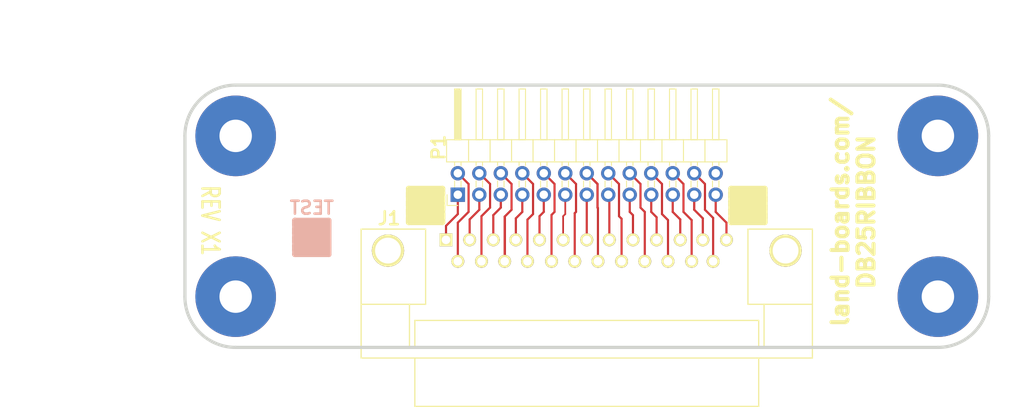
<source format=kicad_pcb>
(kicad_pcb (version 4) (host pcbnew "(after 2015-mar-04 BZR unknown)-product")

  (general
    (links 25)
    (no_connects 0)
    (area -13.382001 -9.5052 99.190501 38.302001)
    (thickness 1.6002)
    (drawings 23)
    (tracks 117)
    (zones 0)
    (modules 9)
    (nets 26)
  )

  (page A)
  (title_block
    (title SWLEDX8)
    (date 2017-05-28)
    (rev X1)
    (company "Land Boards, LLC")
  )

  (layers
    (0 Front signal)
    (31 Back signal)
    (36 B.SilkS user)
    (37 F.SilkS user)
    (38 B.Mask user)
    (39 F.Mask user)
    (40 Dwgs.User user)
    (44 Edge.Cuts user)
  )

  (setup
    (last_trace_width 0.254)
    (user_trace_width 0.254)
    (user_trace_width 0.635)
    (trace_clearance 0.254)
    (zone_clearance 0.3048)
    (zone_45_only no)
    (trace_min 0.2032)
    (segment_width 0.381)
    (edge_width 0.381)
    (via_size 0.889)
    (via_drill 0.635)
    (via_min_size 0.889)
    (via_min_drill 0.508)
    (uvia_size 0.508)
    (uvia_drill 0.127)
    (uvias_allowed no)
    (uvia_min_size 0.508)
    (uvia_min_drill 0.127)
    (pcb_text_width 0.3048)
    (pcb_text_size 1.524 2.032)
    (mod_edge_width 0.381)
    (mod_text_size 1.524 1.524)
    (mod_text_width 0.3048)
    (pad_size 6.35 6.35)
    (pad_drill 3.175)
    (pad_to_mask_clearance 0.1524)
    (aux_axis_origin 0 0)
    (visible_elements 7FFFFF7F)
    (pcbplotparams
      (layerselection 0x010f0_80000001)
      (usegerberextensions false)
      (excludeedgelayer true)
      (linewidth 0.150000)
      (plotframeref false)
      (viasonmask false)
      (mode 1)
      (useauxorigin false)
      (hpglpennumber 1)
      (hpglpenspeed 20)
      (hpglpendiameter 15)
      (hpglpenoverlay 0)
      (psnegative false)
      (psa4output false)
      (plotreference true)
      (plotvalue false)
      (plotinvisibletext false)
      (padsonsilk false)
      (subtractmaskfromsilk false)
      (outputformat 1)
      (mirror false)
      (drillshape 0)
      (scaleselection 1)
      (outputdirectory plots/))
  )

  (net 0 "")
  (net 1 "Net-(J1-Pad1)")
  (net 2 "Net-(J1-Pad2)")
  (net 3 "Net-(J1-Pad3)")
  (net 4 "Net-(J1-Pad4)")
  (net 5 "Net-(J1-Pad5)")
  (net 6 "Net-(J1-Pad6)")
  (net 7 "Net-(J1-Pad7)")
  (net 8 "Net-(J1-Pad8)")
  (net 9 "Net-(J1-Pad9)")
  (net 10 "Net-(J1-Pad10)")
  (net 11 "Net-(J1-Pad11)")
  (net 12 "Net-(J1-Pad12)")
  (net 13 "Net-(J1-Pad13)")
  (net 14 "Net-(J1-Pad14)")
  (net 15 "Net-(J1-Pad15)")
  (net 16 "Net-(J1-Pad16)")
  (net 17 "Net-(J1-Pad17)")
  (net 18 "Net-(J1-Pad18)")
  (net 19 "Net-(J1-Pad19)")
  (net 20 "Net-(J1-Pad20)")
  (net 21 "Net-(J1-Pad21)")
  (net 22 "Net-(J1-Pad22)")
  (net 23 "Net-(J1-Pad23)")
  (net 24 "Net-(J1-Pad24)")
  (net 25 "Net-(J1-Pad25)")

  (net_class Default "This is the default net class."
    (clearance 0.254)
    (trace_width 0.2032)
    (via_dia 0.889)
    (via_drill 0.635)
    (uvia_dia 0.508)
    (uvia_drill 0.127)
    (add_net "Net-(J1-Pad1)")
    (add_net "Net-(J1-Pad10)")
    (add_net "Net-(J1-Pad11)")
    (add_net "Net-(J1-Pad12)")
    (add_net "Net-(J1-Pad13)")
    (add_net "Net-(J1-Pad14)")
    (add_net "Net-(J1-Pad15)")
    (add_net "Net-(J1-Pad16)")
    (add_net "Net-(J1-Pad17)")
    (add_net "Net-(J1-Pad18)")
    (add_net "Net-(J1-Pad19)")
    (add_net "Net-(J1-Pad2)")
    (add_net "Net-(J1-Pad20)")
    (add_net "Net-(J1-Pad21)")
    (add_net "Net-(J1-Pad22)")
    (add_net "Net-(J1-Pad23)")
    (add_net "Net-(J1-Pad24)")
    (add_net "Net-(J1-Pad25)")
    (add_net "Net-(J1-Pad3)")
    (add_net "Net-(J1-Pad4)")
    (add_net "Net-(J1-Pad5)")
    (add_net "Net-(J1-Pad6)")
    (add_net "Net-(J1-Pad7)")
    (add_net "Net-(J1-Pad8)")
    (add_net "Net-(J1-Pad9)")
  )

  (net_class POWER ""
    (clearance 0.254)
    (trace_width 0.635)
    (via_dia 0.889)
    (via_drill 0.635)
    (uvia_dia 0.508)
    (uvia_drill 0.127)
  )

  (module LandBoards_Marking:TEST_BLK-REAR (layer Back) (tedit 5935BCB0) (tstamp 5935D026)
    (at 66.548 14.224)
    (path /592AF46D)
    (fp_text reference "" (at 0 3.5) (layer F.SilkS)
      (effects (font (thickness 0.3048)))
    )
    (fp_text value COUPON (at 0 -4) (layer B.SilkS) hide
      (effects (font (thickness 0.3048)) (justify mirror))
    )
    (fp_line (start -2 2) (end 2 2) (layer F.SilkS) (width 0.65))
    (fp_line (start 2 2) (end 2 -2) (layer F.SilkS) (width 0.65))
    (fp_line (start 2 -2) (end -2 -2) (layer F.SilkS) (width 0.65))
    (fp_line (start -2 -2) (end -2 2) (layer F.SilkS) (width 0.65))
    (fp_line (start -2 2) (end -2 1.5) (layer F.SilkS) (width 0.65))
    (fp_line (start -2 1.5) (end 2 1.5) (layer F.SilkS) (width 0.65))
    (fp_line (start 2 1.5) (end 2 1) (layer F.SilkS) (width 0.65))
    (fp_line (start 2 1) (end -2 1) (layer F.SilkS) (width 0.65))
    (fp_line (start -2 1) (end -2 0.5) (layer F.SilkS) (width 0.65))
    (fp_line (start -2 0.5) (end 2 0.5) (layer F.SilkS) (width 0.65))
    (fp_line (start 2 0.5) (end 2 0) (layer F.SilkS) (width 0.65))
    (fp_line (start 2 0) (end -2 0) (layer F.SilkS) (width 0.65))
    (fp_line (start -2 0) (end -2 -0.5) (layer F.SilkS) (width 0.65))
    (fp_line (start -2 -0.5) (end 1.5 -0.5) (layer F.SilkS) (width 0.65))
    (fp_line (start 1.5 -0.5) (end 2 -0.5) (layer F.SilkS) (width 0.65))
    (fp_line (start 2 -0.5) (end 2 -1) (layer F.SilkS) (width 0.65))
    (fp_line (start 2 -1) (end -2 -1) (layer F.SilkS) (width 0.65))
    (fp_line (start -2 -1) (end -2 -1.5) (layer F.SilkS) (width 0.65))
    (fp_line (start -2 -1.5) (end 2 -1.5) (layer F.SilkS) (width 0.65))
  )

  (module LandBoards_Marking:TEST_BLK-REAR (layer Back) (tedit 5935BCB0) (tstamp 5935CFD8)
    (at 28.448 14.224)
    (path /592AF46D)
    (fp_text reference "" (at 0 3.5) (layer F.SilkS)
      (effects (font (thickness 0.3048)))
    )
    (fp_text value COUPON (at 0 -4) (layer B.SilkS) hide
      (effects (font (thickness 0.3048)) (justify mirror))
    )
    (fp_line (start -2 2) (end 2 2) (layer F.SilkS) (width 0.65))
    (fp_line (start 2 2) (end 2 -2) (layer F.SilkS) (width 0.65))
    (fp_line (start 2 -2) (end -2 -2) (layer F.SilkS) (width 0.65))
    (fp_line (start -2 -2) (end -2 2) (layer F.SilkS) (width 0.65))
    (fp_line (start -2 2) (end -2 1.5) (layer F.SilkS) (width 0.65))
    (fp_line (start -2 1.5) (end 2 1.5) (layer F.SilkS) (width 0.65))
    (fp_line (start 2 1.5) (end 2 1) (layer F.SilkS) (width 0.65))
    (fp_line (start 2 1) (end -2 1) (layer F.SilkS) (width 0.65))
    (fp_line (start -2 1) (end -2 0.5) (layer F.SilkS) (width 0.65))
    (fp_line (start -2 0.5) (end 2 0.5) (layer F.SilkS) (width 0.65))
    (fp_line (start 2 0.5) (end 2 0) (layer F.SilkS) (width 0.65))
    (fp_line (start 2 0) (end -2 0) (layer F.SilkS) (width 0.65))
    (fp_line (start -2 0) (end -2 -0.5) (layer F.SilkS) (width 0.65))
    (fp_line (start -2 -0.5) (end 1.5 -0.5) (layer F.SilkS) (width 0.65))
    (fp_line (start 1.5 -0.5) (end 2 -0.5) (layer F.SilkS) (width 0.65))
    (fp_line (start 2 -0.5) (end 2 -1) (layer F.SilkS) (width 0.65))
    (fp_line (start 2 -1) (end -2 -1) (layer F.SilkS) (width 0.65))
    (fp_line (start -2 -1) (end -2 -1.5) (layer F.SilkS) (width 0.65))
    (fp_line (start -2 -1.5) (end 2 -1.5) (layer F.SilkS) (width 0.65))
  )

  (module LandBoards_Marking:TEST_BLK-REAR (layer Front) (tedit 5935B6D1) (tstamp 5935BA98)
    (at 15 18)
    (path /592AF46D)
    (fp_text reference TEST (at 0 -3.5) (layer B.SilkS)
      (effects (font (thickness 0.3048)) (justify mirror))
    )
    (fp_text value COUPON (at 0 4) (layer F.SilkS) hide
      (effects (font (thickness 0.3048)))
    )
    (fp_line (start -2 -2) (end 2 -2) (layer B.SilkS) (width 0.65))
    (fp_line (start 2 -2) (end 2 2) (layer B.SilkS) (width 0.65))
    (fp_line (start 2 2) (end -2 2) (layer B.SilkS) (width 0.65))
    (fp_line (start -2 2) (end -2 -2) (layer B.SilkS) (width 0.65))
    (fp_line (start -2 -2) (end -2 -1.5) (layer B.SilkS) (width 0.65))
    (fp_line (start -2 -1.5) (end 2 -1.5) (layer B.SilkS) (width 0.65))
    (fp_line (start 2 -1.5) (end 2 -1) (layer B.SilkS) (width 0.65))
    (fp_line (start 2 -1) (end -2 -1) (layer B.SilkS) (width 0.65))
    (fp_line (start -2 -1) (end -2 -0.5) (layer B.SilkS) (width 0.65))
    (fp_line (start -2 -0.5) (end 2 -0.5) (layer B.SilkS) (width 0.65))
    (fp_line (start 2 -0.5) (end 2 0) (layer B.SilkS) (width 0.65))
    (fp_line (start 2 0) (end -2 0) (layer B.SilkS) (width 0.65))
    (fp_line (start -2 0) (end -2 0.5) (layer B.SilkS) (width 0.65))
    (fp_line (start -2 0.5) (end 1.5 0.5) (layer B.SilkS) (width 0.65))
    (fp_line (start 1.5 0.5) (end 2 0.5) (layer B.SilkS) (width 0.65))
    (fp_line (start 2 0.5) (end 2 1) (layer B.SilkS) (width 0.65))
    (fp_line (start 2 1) (end -2 1) (layer B.SilkS) (width 0.65))
    (fp_line (start -2 1) (end -2 1.5) (layer B.SilkS) (width 0.65))
    (fp_line (start -2 1.5) (end 2 1.5) (layer B.SilkS) (width 0.65))
  )

  (module Pin_Headers:Pin_Header_Angled_2x13_Pitch2.54mm (layer Front) (tedit 5935BCFE) (tstamp 5935C8B3)
    (at 32.258 12.954 90)
    (descr "Through hole angled pin header, 2x13, 2.54mm pitch, 6mm pin length, double rows")
    (tags "Through hole angled pin header THT 2x13 2.54mm double row")
    (path /5935B96A)
    (fp_text reference P1 (at 5.585 -2.27 90) (layer F.SilkS)
      (effects (font (thickness 0.3048)))
    )
    (fp_text value CONN_01X26 (at 5.585 32.75 90) (layer F.SilkS) hide
      (effects (font (size 1 1) (thickness 0.15)))
    )
    (fp_line (start 3.94 -1.27) (end 3.94 1.27) (layer F.Fab) (width 0.1))
    (fp_line (start 3.94 1.27) (end 6.44 1.27) (layer F.Fab) (width 0.1))
    (fp_line (start 6.44 1.27) (end 6.44 -1.27) (layer F.Fab) (width 0.1))
    (fp_line (start 6.44 -1.27) (end 3.94 -1.27) (layer F.Fab) (width 0.1))
    (fp_line (start 0 -0.32) (end 0 0.32) (layer F.Fab) (width 0.1))
    (fp_line (start 0 0.32) (end 12.44 0.32) (layer F.Fab) (width 0.1))
    (fp_line (start 12.44 0.32) (end 12.44 -0.32) (layer F.Fab) (width 0.1))
    (fp_line (start 12.44 -0.32) (end 0 -0.32) (layer F.Fab) (width 0.1))
    (fp_line (start 3.94 1.27) (end 3.94 3.81) (layer F.Fab) (width 0.1))
    (fp_line (start 3.94 3.81) (end 6.44 3.81) (layer F.Fab) (width 0.1))
    (fp_line (start 6.44 3.81) (end 6.44 1.27) (layer F.Fab) (width 0.1))
    (fp_line (start 6.44 1.27) (end 3.94 1.27) (layer F.Fab) (width 0.1))
    (fp_line (start 0 2.22) (end 0 2.86) (layer F.Fab) (width 0.1))
    (fp_line (start 0 2.86) (end 12.44 2.86) (layer F.Fab) (width 0.1))
    (fp_line (start 12.44 2.86) (end 12.44 2.22) (layer F.Fab) (width 0.1))
    (fp_line (start 12.44 2.22) (end 0 2.22) (layer F.Fab) (width 0.1))
    (fp_line (start 3.94 3.81) (end 3.94 6.35) (layer F.Fab) (width 0.1))
    (fp_line (start 3.94 6.35) (end 6.44 6.35) (layer F.Fab) (width 0.1))
    (fp_line (start 6.44 6.35) (end 6.44 3.81) (layer F.Fab) (width 0.1))
    (fp_line (start 6.44 3.81) (end 3.94 3.81) (layer F.Fab) (width 0.1))
    (fp_line (start 0 4.76) (end 0 5.4) (layer F.Fab) (width 0.1))
    (fp_line (start 0 5.4) (end 12.44 5.4) (layer F.Fab) (width 0.1))
    (fp_line (start 12.44 5.4) (end 12.44 4.76) (layer F.Fab) (width 0.1))
    (fp_line (start 12.44 4.76) (end 0 4.76) (layer F.Fab) (width 0.1))
    (fp_line (start 3.94 6.35) (end 3.94 8.89) (layer F.Fab) (width 0.1))
    (fp_line (start 3.94 8.89) (end 6.44 8.89) (layer F.Fab) (width 0.1))
    (fp_line (start 6.44 8.89) (end 6.44 6.35) (layer F.Fab) (width 0.1))
    (fp_line (start 6.44 6.35) (end 3.94 6.35) (layer F.Fab) (width 0.1))
    (fp_line (start 0 7.3) (end 0 7.94) (layer F.Fab) (width 0.1))
    (fp_line (start 0 7.94) (end 12.44 7.94) (layer F.Fab) (width 0.1))
    (fp_line (start 12.44 7.94) (end 12.44 7.3) (layer F.Fab) (width 0.1))
    (fp_line (start 12.44 7.3) (end 0 7.3) (layer F.Fab) (width 0.1))
    (fp_line (start 3.94 8.89) (end 3.94 11.43) (layer F.Fab) (width 0.1))
    (fp_line (start 3.94 11.43) (end 6.44 11.43) (layer F.Fab) (width 0.1))
    (fp_line (start 6.44 11.43) (end 6.44 8.89) (layer F.Fab) (width 0.1))
    (fp_line (start 6.44 8.89) (end 3.94 8.89) (layer F.Fab) (width 0.1))
    (fp_line (start 0 9.84) (end 0 10.48) (layer F.Fab) (width 0.1))
    (fp_line (start 0 10.48) (end 12.44 10.48) (layer F.Fab) (width 0.1))
    (fp_line (start 12.44 10.48) (end 12.44 9.84) (layer F.Fab) (width 0.1))
    (fp_line (start 12.44 9.84) (end 0 9.84) (layer F.Fab) (width 0.1))
    (fp_line (start 3.94 11.43) (end 3.94 13.97) (layer F.Fab) (width 0.1))
    (fp_line (start 3.94 13.97) (end 6.44 13.97) (layer F.Fab) (width 0.1))
    (fp_line (start 6.44 13.97) (end 6.44 11.43) (layer F.Fab) (width 0.1))
    (fp_line (start 6.44 11.43) (end 3.94 11.43) (layer F.Fab) (width 0.1))
    (fp_line (start 0 12.38) (end 0 13.02) (layer F.Fab) (width 0.1))
    (fp_line (start 0 13.02) (end 12.44 13.02) (layer F.Fab) (width 0.1))
    (fp_line (start 12.44 13.02) (end 12.44 12.38) (layer F.Fab) (width 0.1))
    (fp_line (start 12.44 12.38) (end 0 12.38) (layer F.Fab) (width 0.1))
    (fp_line (start 3.94 13.97) (end 3.94 16.51) (layer F.Fab) (width 0.1))
    (fp_line (start 3.94 16.51) (end 6.44 16.51) (layer F.Fab) (width 0.1))
    (fp_line (start 6.44 16.51) (end 6.44 13.97) (layer F.Fab) (width 0.1))
    (fp_line (start 6.44 13.97) (end 3.94 13.97) (layer F.Fab) (width 0.1))
    (fp_line (start 0 14.92) (end 0 15.56) (layer F.Fab) (width 0.1))
    (fp_line (start 0 15.56) (end 12.44 15.56) (layer F.Fab) (width 0.1))
    (fp_line (start 12.44 15.56) (end 12.44 14.92) (layer F.Fab) (width 0.1))
    (fp_line (start 12.44 14.92) (end 0 14.92) (layer F.Fab) (width 0.1))
    (fp_line (start 3.94 16.51) (end 3.94 19.05) (layer F.Fab) (width 0.1))
    (fp_line (start 3.94 19.05) (end 6.44 19.05) (layer F.Fab) (width 0.1))
    (fp_line (start 6.44 19.05) (end 6.44 16.51) (layer F.Fab) (width 0.1))
    (fp_line (start 6.44 16.51) (end 3.94 16.51) (layer F.Fab) (width 0.1))
    (fp_line (start 0 17.46) (end 0 18.1) (layer F.Fab) (width 0.1))
    (fp_line (start 0 18.1) (end 12.44 18.1) (layer F.Fab) (width 0.1))
    (fp_line (start 12.44 18.1) (end 12.44 17.46) (layer F.Fab) (width 0.1))
    (fp_line (start 12.44 17.46) (end 0 17.46) (layer F.Fab) (width 0.1))
    (fp_line (start 3.94 19.05) (end 3.94 21.59) (layer F.Fab) (width 0.1))
    (fp_line (start 3.94 21.59) (end 6.44 21.59) (layer F.Fab) (width 0.1))
    (fp_line (start 6.44 21.59) (end 6.44 19.05) (layer F.Fab) (width 0.1))
    (fp_line (start 6.44 19.05) (end 3.94 19.05) (layer F.Fab) (width 0.1))
    (fp_line (start 0 20) (end 0 20.64) (layer F.Fab) (width 0.1))
    (fp_line (start 0 20.64) (end 12.44 20.64) (layer F.Fab) (width 0.1))
    (fp_line (start 12.44 20.64) (end 12.44 20) (layer F.Fab) (width 0.1))
    (fp_line (start 12.44 20) (end 0 20) (layer F.Fab) (width 0.1))
    (fp_line (start 3.94 21.59) (end 3.94 24.13) (layer F.Fab) (width 0.1))
    (fp_line (start 3.94 24.13) (end 6.44 24.13) (layer F.Fab) (width 0.1))
    (fp_line (start 6.44 24.13) (end 6.44 21.59) (layer F.Fab) (width 0.1))
    (fp_line (start 6.44 21.59) (end 3.94 21.59) (layer F.Fab) (width 0.1))
    (fp_line (start 0 22.54) (end 0 23.18) (layer F.Fab) (width 0.1))
    (fp_line (start 0 23.18) (end 12.44 23.18) (layer F.Fab) (width 0.1))
    (fp_line (start 12.44 23.18) (end 12.44 22.54) (layer F.Fab) (width 0.1))
    (fp_line (start 12.44 22.54) (end 0 22.54) (layer F.Fab) (width 0.1))
    (fp_line (start 3.94 24.13) (end 3.94 26.67) (layer F.Fab) (width 0.1))
    (fp_line (start 3.94 26.67) (end 6.44 26.67) (layer F.Fab) (width 0.1))
    (fp_line (start 6.44 26.67) (end 6.44 24.13) (layer F.Fab) (width 0.1))
    (fp_line (start 6.44 24.13) (end 3.94 24.13) (layer F.Fab) (width 0.1))
    (fp_line (start 0 25.08) (end 0 25.72) (layer F.Fab) (width 0.1))
    (fp_line (start 0 25.72) (end 12.44 25.72) (layer F.Fab) (width 0.1))
    (fp_line (start 12.44 25.72) (end 12.44 25.08) (layer F.Fab) (width 0.1))
    (fp_line (start 12.44 25.08) (end 0 25.08) (layer F.Fab) (width 0.1))
    (fp_line (start 3.94 26.67) (end 3.94 29.21) (layer F.Fab) (width 0.1))
    (fp_line (start 3.94 29.21) (end 6.44 29.21) (layer F.Fab) (width 0.1))
    (fp_line (start 6.44 29.21) (end 6.44 26.67) (layer F.Fab) (width 0.1))
    (fp_line (start 6.44 26.67) (end 3.94 26.67) (layer F.Fab) (width 0.1))
    (fp_line (start 0 27.62) (end 0 28.26) (layer F.Fab) (width 0.1))
    (fp_line (start 0 28.26) (end 12.44 28.26) (layer F.Fab) (width 0.1))
    (fp_line (start 12.44 28.26) (end 12.44 27.62) (layer F.Fab) (width 0.1))
    (fp_line (start 12.44 27.62) (end 0 27.62) (layer F.Fab) (width 0.1))
    (fp_line (start 3.94 29.21) (end 3.94 31.75) (layer F.Fab) (width 0.1))
    (fp_line (start 3.94 31.75) (end 6.44 31.75) (layer F.Fab) (width 0.1))
    (fp_line (start 6.44 31.75) (end 6.44 29.21) (layer F.Fab) (width 0.1))
    (fp_line (start 6.44 29.21) (end 3.94 29.21) (layer F.Fab) (width 0.1))
    (fp_line (start 0 30.16) (end 0 30.8) (layer F.Fab) (width 0.1))
    (fp_line (start 0 30.8) (end 12.44 30.8) (layer F.Fab) (width 0.1))
    (fp_line (start 12.44 30.8) (end 12.44 30.16) (layer F.Fab) (width 0.1))
    (fp_line (start 12.44 30.16) (end 0 30.16) (layer F.Fab) (width 0.1))
    (fp_line (start 3.88 -1.33) (end 3.88 1.27) (layer F.SilkS) (width 0.12))
    (fp_line (start 3.88 1.27) (end 6.5 1.27) (layer F.SilkS) (width 0.12))
    (fp_line (start 6.5 1.27) (end 6.5 -1.33) (layer F.SilkS) (width 0.12))
    (fp_line (start 6.5 -1.33) (end 3.88 -1.33) (layer F.SilkS) (width 0.12))
    (fp_line (start 6.5 -0.38) (end 6.5 0.38) (layer F.SilkS) (width 0.12))
    (fp_line (start 6.5 0.38) (end 12.5 0.38) (layer F.SilkS) (width 0.12))
    (fp_line (start 12.5 0.38) (end 12.5 -0.38) (layer F.SilkS) (width 0.12))
    (fp_line (start 12.5 -0.38) (end 6.5 -0.38) (layer F.SilkS) (width 0.12))
    (fp_line (start 3.45 -0.38) (end 3.88 -0.38) (layer F.SilkS) (width 0.12))
    (fp_line (start 3.45 0.38) (end 3.88 0.38) (layer F.SilkS) (width 0.12))
    (fp_line (start 0.91 -0.38) (end 1.63 -0.38) (layer F.SilkS) (width 0.12))
    (fp_line (start 0.91 0.38) (end 1.63 0.38) (layer F.SilkS) (width 0.12))
    (fp_line (start 6.5 -0.26) (end 12.5 -0.26) (layer F.SilkS) (width 0.12))
    (fp_line (start 6.5 -0.14) (end 12.5 -0.14) (layer F.SilkS) (width 0.12))
    (fp_line (start 6.5 -0.02) (end 12.5 -0.02) (layer F.SilkS) (width 0.12))
    (fp_line (start 6.5 0.1) (end 12.5 0.1) (layer F.SilkS) (width 0.12))
    (fp_line (start 6.5 0.22) (end 12.5 0.22) (layer F.SilkS) (width 0.12))
    (fp_line (start 6.5 0.34) (end 12.5 0.34) (layer F.SilkS) (width 0.12))
    (fp_line (start 3.88 1.27) (end 3.88 3.81) (layer F.SilkS) (width 0.12))
    (fp_line (start 3.88 3.81) (end 6.5 3.81) (layer F.SilkS) (width 0.12))
    (fp_line (start 6.5 3.81) (end 6.5 1.27) (layer F.SilkS) (width 0.12))
    (fp_line (start 6.5 1.27) (end 3.88 1.27) (layer F.SilkS) (width 0.12))
    (fp_line (start 6.5 2.16) (end 6.5 2.92) (layer F.SilkS) (width 0.12))
    (fp_line (start 6.5 2.92) (end 12.5 2.92) (layer F.SilkS) (width 0.12))
    (fp_line (start 12.5 2.92) (end 12.5 2.16) (layer F.SilkS) (width 0.12))
    (fp_line (start 12.5 2.16) (end 6.5 2.16) (layer F.SilkS) (width 0.12))
    (fp_line (start 3.45 2.16) (end 3.88 2.16) (layer F.SilkS) (width 0.12))
    (fp_line (start 3.45 2.92) (end 3.88 2.92) (layer F.SilkS) (width 0.12))
    (fp_line (start 0.91 2.16) (end 1.63 2.16) (layer F.SilkS) (width 0.12))
    (fp_line (start 0.91 2.92) (end 1.63 2.92) (layer F.SilkS) (width 0.12))
    (fp_line (start 3.88 3.81) (end 3.88 6.35) (layer F.SilkS) (width 0.12))
    (fp_line (start 3.88 6.35) (end 6.5 6.35) (layer F.SilkS) (width 0.12))
    (fp_line (start 6.5 6.35) (end 6.5 3.81) (layer F.SilkS) (width 0.12))
    (fp_line (start 6.5 3.81) (end 3.88 3.81) (layer F.SilkS) (width 0.12))
    (fp_line (start 6.5 4.7) (end 6.5 5.46) (layer F.SilkS) (width 0.12))
    (fp_line (start 6.5 5.46) (end 12.5 5.46) (layer F.SilkS) (width 0.12))
    (fp_line (start 12.5 5.46) (end 12.5 4.7) (layer F.SilkS) (width 0.12))
    (fp_line (start 12.5 4.7) (end 6.5 4.7) (layer F.SilkS) (width 0.12))
    (fp_line (start 3.45 4.7) (end 3.88 4.7) (layer F.SilkS) (width 0.12))
    (fp_line (start 3.45 5.46) (end 3.88 5.46) (layer F.SilkS) (width 0.12))
    (fp_line (start 0.91 4.7) (end 1.63 4.7) (layer F.SilkS) (width 0.12))
    (fp_line (start 0.91 5.46) (end 1.63 5.46) (layer F.SilkS) (width 0.12))
    (fp_line (start 3.88 6.35) (end 3.88 8.89) (layer F.SilkS) (width 0.12))
    (fp_line (start 3.88 8.89) (end 6.5 8.89) (layer F.SilkS) (width 0.12))
    (fp_line (start 6.5 8.89) (end 6.5 6.35) (layer F.SilkS) (width 0.12))
    (fp_line (start 6.5 6.35) (end 3.88 6.35) (layer F.SilkS) (width 0.12))
    (fp_line (start 6.5 7.24) (end 6.5 8) (layer F.SilkS) (width 0.12))
    (fp_line (start 6.5 8) (end 12.5 8) (layer F.SilkS) (width 0.12))
    (fp_line (start 12.5 8) (end 12.5 7.24) (layer F.SilkS) (width 0.12))
    (fp_line (start 12.5 7.24) (end 6.5 7.24) (layer F.SilkS) (width 0.12))
    (fp_line (start 3.45 7.24) (end 3.88 7.24) (layer F.SilkS) (width 0.12))
    (fp_line (start 3.45 8) (end 3.88 8) (layer F.SilkS) (width 0.12))
    (fp_line (start 0.91 7.24) (end 1.63 7.24) (layer F.SilkS) (width 0.12))
    (fp_line (start 0.91 8) (end 1.63 8) (layer F.SilkS) (width 0.12))
    (fp_line (start 3.88 8.89) (end 3.88 11.43) (layer F.SilkS) (width 0.12))
    (fp_line (start 3.88 11.43) (end 6.5 11.43) (layer F.SilkS) (width 0.12))
    (fp_line (start 6.5 11.43) (end 6.5 8.89) (layer F.SilkS) (width 0.12))
    (fp_line (start 6.5 8.89) (end 3.88 8.89) (layer F.SilkS) (width 0.12))
    (fp_line (start 6.5 9.78) (end 6.5 10.54) (layer F.SilkS) (width 0.12))
    (fp_line (start 6.5 10.54) (end 12.5 10.54) (layer F.SilkS) (width 0.12))
    (fp_line (start 12.5 10.54) (end 12.5 9.78) (layer F.SilkS) (width 0.12))
    (fp_line (start 12.5 9.78) (end 6.5 9.78) (layer F.SilkS) (width 0.12))
    (fp_line (start 3.45 9.78) (end 3.88 9.78) (layer F.SilkS) (width 0.12))
    (fp_line (start 3.45 10.54) (end 3.88 10.54) (layer F.SilkS) (width 0.12))
    (fp_line (start 0.91 9.78) (end 1.63 9.78) (layer F.SilkS) (width 0.12))
    (fp_line (start 0.91 10.54) (end 1.63 10.54) (layer F.SilkS) (width 0.12))
    (fp_line (start 3.88 11.43) (end 3.88 13.97) (layer F.SilkS) (width 0.12))
    (fp_line (start 3.88 13.97) (end 6.5 13.97) (layer F.SilkS) (width 0.12))
    (fp_line (start 6.5 13.97) (end 6.5 11.43) (layer F.SilkS) (width 0.12))
    (fp_line (start 6.5 11.43) (end 3.88 11.43) (layer F.SilkS) (width 0.12))
    (fp_line (start 6.5 12.32) (end 6.5 13.08) (layer F.SilkS) (width 0.12))
    (fp_line (start 6.5 13.08) (end 12.5 13.08) (layer F.SilkS) (width 0.12))
    (fp_line (start 12.5 13.08) (end 12.5 12.32) (layer F.SilkS) (width 0.12))
    (fp_line (start 12.5 12.32) (end 6.5 12.32) (layer F.SilkS) (width 0.12))
    (fp_line (start 3.45 12.32) (end 3.88 12.32) (layer F.SilkS) (width 0.12))
    (fp_line (start 3.45 13.08) (end 3.88 13.08) (layer F.SilkS) (width 0.12))
    (fp_line (start 0.91 12.32) (end 1.63 12.32) (layer F.SilkS) (width 0.12))
    (fp_line (start 0.91 13.08) (end 1.63 13.08) (layer F.SilkS) (width 0.12))
    (fp_line (start 3.88 13.97) (end 3.88 16.51) (layer F.SilkS) (width 0.12))
    (fp_line (start 3.88 16.51) (end 6.5 16.51) (layer F.SilkS) (width 0.12))
    (fp_line (start 6.5 16.51) (end 6.5 13.97) (layer F.SilkS) (width 0.12))
    (fp_line (start 6.5 13.97) (end 3.88 13.97) (layer F.SilkS) (width 0.12))
    (fp_line (start 6.5 14.86) (end 6.5 15.62) (layer F.SilkS) (width 0.12))
    (fp_line (start 6.5 15.62) (end 12.5 15.62) (layer F.SilkS) (width 0.12))
    (fp_line (start 12.5 15.62) (end 12.5 14.86) (layer F.SilkS) (width 0.12))
    (fp_line (start 12.5 14.86) (end 6.5 14.86) (layer F.SilkS) (width 0.12))
    (fp_line (start 3.45 14.86) (end 3.88 14.86) (layer F.SilkS) (width 0.12))
    (fp_line (start 3.45 15.62) (end 3.88 15.62) (layer F.SilkS) (width 0.12))
    (fp_line (start 0.91 14.86) (end 1.63 14.86) (layer F.SilkS) (width 0.12))
    (fp_line (start 0.91 15.62) (end 1.63 15.62) (layer F.SilkS) (width 0.12))
    (fp_line (start 3.88 16.51) (end 3.88 19.05) (layer F.SilkS) (width 0.12))
    (fp_line (start 3.88 19.05) (end 6.5 19.05) (layer F.SilkS) (width 0.12))
    (fp_line (start 6.5 19.05) (end 6.5 16.51) (layer F.SilkS) (width 0.12))
    (fp_line (start 6.5 16.51) (end 3.88 16.51) (layer F.SilkS) (width 0.12))
    (fp_line (start 6.5 17.4) (end 6.5 18.16) (layer F.SilkS) (width 0.12))
    (fp_line (start 6.5 18.16) (end 12.5 18.16) (layer F.SilkS) (width 0.12))
    (fp_line (start 12.5 18.16) (end 12.5 17.4) (layer F.SilkS) (width 0.12))
    (fp_line (start 12.5 17.4) (end 6.5 17.4) (layer F.SilkS) (width 0.12))
    (fp_line (start 3.45 17.4) (end 3.88 17.4) (layer F.SilkS) (width 0.12))
    (fp_line (start 3.45 18.16) (end 3.88 18.16) (layer F.SilkS) (width 0.12))
    (fp_line (start 0.91 17.4) (end 1.63 17.4) (layer F.SilkS) (width 0.12))
    (fp_line (start 0.91 18.16) (end 1.63 18.16) (layer F.SilkS) (width 0.12))
    (fp_line (start 3.88 19.05) (end 3.88 21.59) (layer F.SilkS) (width 0.12))
    (fp_line (start 3.88 21.59) (end 6.5 21.59) (layer F.SilkS) (width 0.12))
    (fp_line (start 6.5 21.59) (end 6.5 19.05) (layer F.SilkS) (width 0.12))
    (fp_line (start 6.5 19.05) (end 3.88 19.05) (layer F.SilkS) (width 0.12))
    (fp_line (start 6.5 19.94) (end 6.5 20.7) (layer F.SilkS) (width 0.12))
    (fp_line (start 6.5 20.7) (end 12.5 20.7) (layer F.SilkS) (width 0.12))
    (fp_line (start 12.5 20.7) (end 12.5 19.94) (layer F.SilkS) (width 0.12))
    (fp_line (start 12.5 19.94) (end 6.5 19.94) (layer F.SilkS) (width 0.12))
    (fp_line (start 3.45 19.94) (end 3.88 19.94) (layer F.SilkS) (width 0.12))
    (fp_line (start 3.45 20.7) (end 3.88 20.7) (layer F.SilkS) (width 0.12))
    (fp_line (start 0.91 19.94) (end 1.63 19.94) (layer F.SilkS) (width 0.12))
    (fp_line (start 0.91 20.7) (end 1.63 20.7) (layer F.SilkS) (width 0.12))
    (fp_line (start 3.88 21.59) (end 3.88 24.13) (layer F.SilkS) (width 0.12))
    (fp_line (start 3.88 24.13) (end 6.5 24.13) (layer F.SilkS) (width 0.12))
    (fp_line (start 6.5 24.13) (end 6.5 21.59) (layer F.SilkS) (width 0.12))
    (fp_line (start 6.5 21.59) (end 3.88 21.59) (layer F.SilkS) (width 0.12))
    (fp_line (start 6.5 22.48) (end 6.5 23.24) (layer F.SilkS) (width 0.12))
    (fp_line (start 6.5 23.24) (end 12.5 23.24) (layer F.SilkS) (width 0.12))
    (fp_line (start 12.5 23.24) (end 12.5 22.48) (layer F.SilkS) (width 0.12))
    (fp_line (start 12.5 22.48) (end 6.5 22.48) (layer F.SilkS) (width 0.12))
    (fp_line (start 3.45 22.48) (end 3.88 22.48) (layer F.SilkS) (width 0.12))
    (fp_line (start 3.45 23.24) (end 3.88 23.24) (layer F.SilkS) (width 0.12))
    (fp_line (start 0.91 22.48) (end 1.63 22.48) (layer F.SilkS) (width 0.12))
    (fp_line (start 0.91 23.24) (end 1.63 23.24) (layer F.SilkS) (width 0.12))
    (fp_line (start 3.88 24.13) (end 3.88 26.67) (layer F.SilkS) (width 0.12))
    (fp_line (start 3.88 26.67) (end 6.5 26.67) (layer F.SilkS) (width 0.12))
    (fp_line (start 6.5 26.67) (end 6.5 24.13) (layer F.SilkS) (width 0.12))
    (fp_line (start 6.5 24.13) (end 3.88 24.13) (layer F.SilkS) (width 0.12))
    (fp_line (start 6.5 25.02) (end 6.5 25.78) (layer F.SilkS) (width 0.12))
    (fp_line (start 6.5 25.78) (end 12.5 25.78) (layer F.SilkS) (width 0.12))
    (fp_line (start 12.5 25.78) (end 12.5 25.02) (layer F.SilkS) (width 0.12))
    (fp_line (start 12.5 25.02) (end 6.5 25.02) (layer F.SilkS) (width 0.12))
    (fp_line (start 3.45 25.02) (end 3.88 25.02) (layer F.SilkS) (width 0.12))
    (fp_line (start 3.45 25.78) (end 3.88 25.78) (layer F.SilkS) (width 0.12))
    (fp_line (start 0.91 25.02) (end 1.63 25.02) (layer F.SilkS) (width 0.12))
    (fp_line (start 0.91 25.78) (end 1.63 25.78) (layer F.SilkS) (width 0.12))
    (fp_line (start 3.88 26.67) (end 3.88 29.21) (layer F.SilkS) (width 0.12))
    (fp_line (start 3.88 29.21) (end 6.5 29.21) (layer F.SilkS) (width 0.12))
    (fp_line (start 6.5 29.21) (end 6.5 26.67) (layer F.SilkS) (width 0.12))
    (fp_line (start 6.5 26.67) (end 3.88 26.67) (layer F.SilkS) (width 0.12))
    (fp_line (start 6.5 27.56) (end 6.5 28.32) (layer F.SilkS) (width 0.12))
    (fp_line (start 6.5 28.32) (end 12.5 28.32) (layer F.SilkS) (width 0.12))
    (fp_line (start 12.5 28.32) (end 12.5 27.56) (layer F.SilkS) (width 0.12))
    (fp_line (start 12.5 27.56) (end 6.5 27.56) (layer F.SilkS) (width 0.12))
    (fp_line (start 3.45 27.56) (end 3.88 27.56) (layer F.SilkS) (width 0.12))
    (fp_line (start 3.45 28.32) (end 3.88 28.32) (layer F.SilkS) (width 0.12))
    (fp_line (start 0.91 27.56) (end 1.63 27.56) (layer F.SilkS) (width 0.12))
    (fp_line (start 0.91 28.32) (end 1.63 28.32) (layer F.SilkS) (width 0.12))
    (fp_line (start 3.88 29.21) (end 3.88 31.81) (layer F.SilkS) (width 0.12))
    (fp_line (start 3.88 31.81) (end 6.5 31.81) (layer F.SilkS) (width 0.12))
    (fp_line (start 6.5 31.81) (end 6.5 29.21) (layer F.SilkS) (width 0.12))
    (fp_line (start 6.5 29.21) (end 3.88 29.21) (layer F.SilkS) (width 0.12))
    (fp_line (start 6.5 30.1) (end 6.5 30.86) (layer F.SilkS) (width 0.12))
    (fp_line (start 6.5 30.86) (end 12.5 30.86) (layer F.SilkS) (width 0.12))
    (fp_line (start 12.5 30.86) (end 12.5 30.1) (layer F.SilkS) (width 0.12))
    (fp_line (start 12.5 30.1) (end 6.5 30.1) (layer F.SilkS) (width 0.12))
    (fp_line (start 3.45 30.1) (end 3.88 30.1) (layer F.SilkS) (width 0.12))
    (fp_line (start 3.45 30.86) (end 3.88 30.86) (layer F.SilkS) (width 0.12))
    (fp_line (start 0.91 30.1) (end 1.63 30.1) (layer F.SilkS) (width 0.12))
    (fp_line (start 0.91 30.86) (end 1.63 30.86) (layer F.SilkS) (width 0.12))
    (fp_line (start -1.27 0) (end -1.27 -1.27) (layer F.SilkS) (width 0.12))
    (fp_line (start -1.27 -1.27) (end 0 -1.27) (layer F.SilkS) (width 0.12))
    (fp_line (start -1.8 -1.8) (end -1.8 32.25) (layer F.CrtYd) (width 0.05))
    (fp_line (start -1.8 32.25) (end 12.95 32.25) (layer F.CrtYd) (width 0.05))
    (fp_line (start 12.95 32.25) (end 12.95 -1.8) (layer F.CrtYd) (width 0.05))
    (fp_line (start 12.95 -1.8) (end -1.8 -1.8) (layer F.CrtYd) (width 0.05))
    (fp_text user %R (at 5.585 -2.27 90) (layer F.Fab)
      (effects (font (size 1 1) (thickness 0.15)))
    )
    (pad 1 thru_hole rect (at 0 0 90) (size 1.7 1.7) (drill 1) (layers *.Cu *.Mask)
      (net 1 "Net-(J1-Pad1)"))
    (pad 2 thru_hole oval (at 2.54 0 90) (size 1.7 1.7) (drill 1) (layers *.Cu *.Mask)
      (net 14 "Net-(J1-Pad14)"))
    (pad 3 thru_hole oval (at 0 2.54 90) (size 1.7 1.7) (drill 1) (layers *.Cu *.Mask)
      (net 2 "Net-(J1-Pad2)"))
    (pad 4 thru_hole oval (at 2.54 2.54 90) (size 1.7 1.7) (drill 1) (layers *.Cu *.Mask)
      (net 15 "Net-(J1-Pad15)"))
    (pad 5 thru_hole oval (at 0 5.08 90) (size 1.7 1.7) (drill 1) (layers *.Cu *.Mask)
      (net 3 "Net-(J1-Pad3)"))
    (pad 6 thru_hole oval (at 2.54 5.08 90) (size 1.7 1.7) (drill 1) (layers *.Cu *.Mask)
      (net 16 "Net-(J1-Pad16)"))
    (pad 7 thru_hole oval (at 0 7.62 90) (size 1.7 1.7) (drill 1) (layers *.Cu *.Mask)
      (net 4 "Net-(J1-Pad4)"))
    (pad 8 thru_hole oval (at 2.54 7.62 90) (size 1.7 1.7) (drill 1) (layers *.Cu *.Mask)
      (net 17 "Net-(J1-Pad17)"))
    (pad 9 thru_hole oval (at 0 10.16 90) (size 1.7 1.7) (drill 1) (layers *.Cu *.Mask)
      (net 5 "Net-(J1-Pad5)"))
    (pad 10 thru_hole oval (at 2.54 10.16 90) (size 1.7 1.7) (drill 1) (layers *.Cu *.Mask)
      (net 18 "Net-(J1-Pad18)"))
    (pad 11 thru_hole oval (at 0 12.7 90) (size 1.7 1.7) (drill 1) (layers *.Cu *.Mask)
      (net 6 "Net-(J1-Pad6)"))
    (pad 12 thru_hole oval (at 2.54 12.7 90) (size 1.7 1.7) (drill 1) (layers *.Cu *.Mask)
      (net 19 "Net-(J1-Pad19)"))
    (pad 13 thru_hole oval (at 0 15.24 90) (size 1.7 1.7) (drill 1) (layers *.Cu *.Mask)
      (net 7 "Net-(J1-Pad7)"))
    (pad 14 thru_hole oval (at 2.54 15.24 90) (size 1.7 1.7) (drill 1) (layers *.Cu *.Mask)
      (net 20 "Net-(J1-Pad20)"))
    (pad 15 thru_hole oval (at 0 17.78 90) (size 1.7 1.7) (drill 1) (layers *.Cu *.Mask)
      (net 8 "Net-(J1-Pad8)"))
    (pad 16 thru_hole oval (at 2.54 17.78 90) (size 1.7 1.7) (drill 1) (layers *.Cu *.Mask)
      (net 21 "Net-(J1-Pad21)"))
    (pad 17 thru_hole oval (at 0 20.32 90) (size 1.7 1.7) (drill 1) (layers *.Cu *.Mask)
      (net 9 "Net-(J1-Pad9)"))
    (pad 18 thru_hole oval (at 2.54 20.32 90) (size 1.7 1.7) (drill 1) (layers *.Cu *.Mask)
      (net 22 "Net-(J1-Pad22)"))
    (pad 19 thru_hole oval (at 0 22.86 90) (size 1.7 1.7) (drill 1) (layers *.Cu *.Mask)
      (net 10 "Net-(J1-Pad10)"))
    (pad 20 thru_hole oval (at 2.54 22.86 90) (size 1.7 1.7) (drill 1) (layers *.Cu *.Mask)
      (net 23 "Net-(J1-Pad23)"))
    (pad 21 thru_hole oval (at 0 25.4 90) (size 1.7 1.7) (drill 1) (layers *.Cu *.Mask)
      (net 11 "Net-(J1-Pad11)"))
    (pad 22 thru_hole oval (at 2.54 25.4 90) (size 1.7 1.7) (drill 1) (layers *.Cu *.Mask)
      (net 24 "Net-(J1-Pad24)"))
    (pad 23 thru_hole oval (at 0 27.94 90) (size 1.7 1.7) (drill 1) (layers *.Cu *.Mask)
      (net 12 "Net-(J1-Pad12)"))
    (pad 24 thru_hole oval (at 2.54 27.94 90) (size 1.7 1.7) (drill 1) (layers *.Cu *.Mask)
      (net 25 "Net-(J1-Pad25)"))
    (pad 25 thru_hole oval (at 0 30.48 90) (size 1.7 1.7) (drill 1) (layers *.Cu *.Mask)
      (net 13 "Net-(J1-Pad13)"))
    (pad 26 thru_hole oval (at 2.54 30.48 90) (size 1.7 1.7) (drill 1) (layers *.Cu *.Mask))
    (model ${KISYS3DMOD}/Pin_Headers.3dshapes/Pin_Header_Angled_2x13_Pitch2.54mm.wrl
      (at (xyz 0.05 -0.6 0))
      (scale (xyz 1 1 1))
      (rotate (xyz 0 0 90))
    )
  )

  (module LandBoards_Conns:DB25MC (layer Front) (tedit 5935BD17) (tstamp 5935CD85)
    (at 47.498 19.558 180)
    (descr "Connecteur DB25 MALE couche")
    (tags "CONN DB25")
    (path /5935B8C9)
    (fp_text reference J1 (at 23.368 3.81 180) (layer F.SilkS)
      (effects (font (thickness 0.3048)))
    )
    (fp_text value DB25 (at 0 -6.35 180) (layer F.SilkS) hide
      (effects (font (size 1 1) (thickness 0.15)))
    )
    (fp_line (start 26.67 -11.43) (end 26.67 2.54) (layer F.SilkS) (width 0.15))
    (fp_line (start 19.05 -6.35) (end 19.05 2.54) (layer F.SilkS) (width 0.15))
    (fp_line (start 20.955 -11.43) (end 20.955 -6.35) (layer F.SilkS) (width 0.15))
    (fp_line (start -20.955 -11.43) (end -20.955 -6.35) (layer F.SilkS) (width 0.15))
    (fp_line (start -19.05 -6.35) (end -19.05 2.54) (layer F.SilkS) (width 0.15))
    (fp_line (start -26.67 2.54) (end -26.67 -11.43) (layer F.SilkS) (width 0.15))
    (fp_line (start 26.67 -6.35) (end 19.05 -6.35) (layer F.SilkS) (width 0.15))
    (fp_line (start -26.67 -6.35) (end -19.05 -6.35) (layer F.SilkS) (width 0.15))
    (fp_line (start 20.32 -8.255) (end 20.32 -11.43) (layer F.SilkS) (width 0.15))
    (fp_line (start -20.32 -8.255) (end -20.32 -11.43) (layer F.SilkS) (width 0.15))
    (fp_line (start 20.32 -18.415) (end 20.32 -12.7) (layer F.SilkS) (width 0.15))
    (fp_line (start -20.32 -18.415) (end -20.32 -12.7) (layer F.SilkS) (width 0.15))
    (fp_line (start 26.67 -11.43) (end 26.67 -12.7) (layer F.SilkS) (width 0.15))
    (fp_line (start 26.67 -12.7) (end -26.67 -12.7) (layer F.SilkS) (width 0.15))
    (fp_line (start -26.67 -12.7) (end -26.67 -11.43) (layer F.SilkS) (width 0.15))
    (fp_line (start -26.67 -11.43) (end 26.67 -11.43) (layer F.SilkS) (width 0.15))
    (fp_line (start 19.05 2.54) (end 26.67 2.54) (layer F.SilkS) (width 0.15))
    (fp_line (start -20.32 -8.255) (end 20.32 -8.255) (layer F.SilkS) (width 0.15))
    (fp_line (start -20.32 -18.415) (end 20.32 -18.415) (layer F.SilkS) (width 0.15))
    (fp_line (start -26.67 2.54) (end -19.05 2.54) (layer F.SilkS) (width 0.15))
    (pad "" thru_hole circle (at 23.495 0 180) (size 3.81 3.81) (drill 3.048) (layers *.Cu *.Mask F.SilkS))
    (pad "" thru_hole circle (at -23.495 0 180) (size 3.81 3.81) (drill 3.048) (layers *.Cu *.Mask F.SilkS))
    (pad 13 thru_hole circle (at -16.51 1.27 180) (size 1.524 1.524) (drill 1.016) (layers *.Cu *.Mask F.SilkS)
      (net 13 "Net-(J1-Pad13)"))
    (pad 12 thru_hole circle (at -13.716 1.27 180) (size 1.524 1.524) (drill 1.016) (layers *.Cu *.Mask F.SilkS)
      (net 12 "Net-(J1-Pad12)"))
    (pad 11 thru_hole circle (at -11.049 1.27 180) (size 1.524 1.524) (drill 1.016) (layers *.Cu *.Mask F.SilkS)
      (net 11 "Net-(J1-Pad11)"))
    (pad 10 thru_hole circle (at -8.255 1.27 180) (size 1.524 1.524) (drill 1.016) (layers *.Cu *.Mask F.SilkS)
      (net 10 "Net-(J1-Pad10)"))
    (pad 9 thru_hole circle (at -5.461 1.27 180) (size 1.524 1.524) (drill 1.016) (layers *.Cu *.Mask F.SilkS)
      (net 9 "Net-(J1-Pad9)"))
    (pad 8 thru_hole circle (at -2.667 1.27 180) (size 1.524 1.524) (drill 1.016) (layers *.Cu *.Mask F.SilkS)
      (net 8 "Net-(J1-Pad8)"))
    (pad 7 thru_hole circle (at 0 1.27 180) (size 1.524 1.524) (drill 1.016) (layers *.Cu *.Mask F.SilkS)
      (net 7 "Net-(J1-Pad7)"))
    (pad 6 thru_hole circle (at 2.794 1.27 180) (size 1.524 1.524) (drill 1.016) (layers *.Cu *.Mask F.SilkS)
      (net 6 "Net-(J1-Pad6)"))
    (pad 5 thru_hole circle (at 5.588 1.27 180) (size 1.524 1.524) (drill 1.016) (layers *.Cu *.Mask F.SilkS)
      (net 5 "Net-(J1-Pad5)"))
    (pad 4 thru_hole circle (at 8.382 1.27 180) (size 1.524 1.524) (drill 1.016) (layers *.Cu *.Mask F.SilkS)
      (net 4 "Net-(J1-Pad4)"))
    (pad 3 thru_hole circle (at 11.049 1.27 180) (size 1.524 1.524) (drill 1.016) (layers *.Cu *.Mask F.SilkS)
      (net 3 "Net-(J1-Pad3)"))
    (pad 2 thru_hole circle (at 13.843 1.27 180) (size 1.524 1.524) (drill 1.016) (layers *.Cu *.Mask F.SilkS)
      (net 2 "Net-(J1-Pad2)"))
    (pad 1 thru_hole rect (at 16.637 1.27 180) (size 1.524 1.524) (drill 1.016) (layers *.Cu *.Mask F.SilkS)
      (net 1 "Net-(J1-Pad1)"))
    (pad 25 thru_hole circle (at -14.9352 -1.27 180) (size 1.524 1.524) (drill 1.016) (layers *.Cu *.Mask F.SilkS)
      (net 25 "Net-(J1-Pad25)"))
    (pad 24 thru_hole circle (at -12.3952 -1.27 180) (size 1.524 1.524) (drill 1.016) (layers *.Cu *.Mask F.SilkS)
      (net 24 "Net-(J1-Pad24)"))
    (pad 23 thru_hole circle (at -9.6012 -1.27 180) (size 1.524 1.524) (drill 1.016) (layers *.Cu *.Mask F.SilkS)
      (net 23 "Net-(J1-Pad23)"))
    (pad 22 thru_hole circle (at -6.858 -1.27 180) (size 1.524 1.524) (drill 1.016) (layers *.Cu *.Mask F.SilkS)
      (net 22 "Net-(J1-Pad22)"))
    (pad 21 thru_hole circle (at -4.1148 -1.27 180) (size 1.524 1.524) (drill 1.016) (layers *.Cu *.Mask F.SilkS)
      (net 21 "Net-(J1-Pad21)"))
    (pad 20 thru_hole circle (at -1.3208 -1.27 180) (size 1.524 1.524) (drill 1.016) (layers *.Cu *.Mask F.SilkS)
      (net 20 "Net-(J1-Pad20)"))
    (pad 19 thru_hole circle (at 1.4224 -1.27 180) (size 1.524 1.524) (drill 1.016) (layers *.Cu *.Mask F.SilkS)
      (net 19 "Net-(J1-Pad19)"))
    (pad 18 thru_hole circle (at 4.1656 -1.27 180) (size 1.524 1.524) (drill 1.016) (layers *.Cu *.Mask F.SilkS)
      (net 18 "Net-(J1-Pad18)"))
    (pad 17 thru_hole circle (at 7.0104 -1.27 180) (size 1.524 1.524) (drill 1.016) (layers *.Cu *.Mask F.SilkS)
      (net 17 "Net-(J1-Pad17)"))
    (pad 16 thru_hole circle (at 9.7028 -1.27 180) (size 1.524 1.524) (drill 1.016) (layers *.Cu *.Mask F.SilkS)
      (net 16 "Net-(J1-Pad16)"))
    (pad 15 thru_hole circle (at 12.446 -1.27 180) (size 1.524 1.524) (drill 1.016) (layers *.Cu *.Mask F.SilkS)
      (net 15 "Net-(J1-Pad15)"))
    (pad 14 thru_hole circle (at 15.24 -1.27 180) (size 1.524 1.524) (drill 1.016) (layers *.Cu *.Mask F.SilkS)
      (net 14 "Net-(J1-Pad14)"))
    (model Connect.3dshapes/DB25MC.wrl
      (at (xyz 0 0 0))
      (scale (xyz 1 1 1))
      (rotate (xyz 0 0 0))
    )
  )

  (module LandBoards_MountHoles:MTG-6-32 (layer Front) (tedit 538F790A) (tstamp 593AFDBA)
    (at 89 6)
    (path /590A3FE0)
    (fp_text reference MTG1 (at 0 -5.588) (layer F.SilkS) hide
      (effects (font (thickness 0.3048)))
    )
    (fp_text value MTG_HOLE (at 0.254 5.842) (layer F.SilkS) hide
      (effects (font (thickness 0.3048)))
    )
    (pad 1 thru_hole circle (at 0 0) (size 9.525 9.525) (drill 3.8354) (layers *.Cu *.Mask))
  )

  (module LandBoards_MountHoles:MTG-6-32 (layer Front) (tedit 538F790A) (tstamp 593AFDBE)
    (at 6 6)
    (path /590A3F10)
    (fp_text reference MTG2 (at 0 -5.588) (layer F.SilkS) hide
      (effects (font (thickness 0.3048)))
    )
    (fp_text value MTG_HOLE (at 0.254 5.842) (layer F.SilkS) hide
      (effects (font (thickness 0.3048)))
    )
    (pad 1 thru_hole circle (at 0 0) (size 9.525 9.525) (drill 3.8354) (layers *.Cu *.Mask))
  )

  (module LandBoards_MountHoles:MTG-6-32 (layer Front) (tedit 538F790A) (tstamp 593AFDC2)
    (at 6 25)
    (path /590A3EAE)
    (fp_text reference MTG3 (at 0 -5.588) (layer F.SilkS) hide
      (effects (font (thickness 0.3048)))
    )
    (fp_text value MTG_HOLE (at 0.254 5.842) (layer F.SilkS) hide
      (effects (font (thickness 0.3048)))
    )
    (pad 1 thru_hole circle (at 0 0) (size 9.525 9.525) (drill 3.8354) (layers *.Cu *.Mask))
  )

  (module LandBoards_MountHoles:MTG-6-32 (layer Front) (tedit 538F790A) (tstamp 593AFDC6)
    (at 89 25)
    (path /590A3C67)
    (fp_text reference MTG?1 (at 0 -5.588) (layer F.SilkS) hide
      (effects (font (thickness 0.3048)))
    )
    (fp_text value MTG_HOLE (at 0.254 5.842) (layer F.SilkS) hide
      (effects (font (thickness 0.3048)))
    )
    (pad 1 thru_hole circle (at 0 0) (size 9.525 9.525) (drill 3.8354) (layers *.Cu *.Mask))
  )

  (dimension 17.907 (width 0.3048) (layer Dwgs.User)
    (gr_text "17.907 mm" (at -15.2146 9.3345 90) (layer Dwgs.User)
      (effects (font (size 2.032 1.524) (thickness 0.3048)))
    )
    (feature1 (pts (xy 30.861 0.381) (xy -16.8402 0.381)))
    (feature2 (pts (xy 30.861 18.288) (xy -16.8402 18.288)))
    (crossbar (pts (xy -13.589 18.288) (xy -13.589 0.381)))
    (arrow1a (pts (xy -13.589 0.381) (xy -13.002579 1.507504)))
    (arrow1b (pts (xy -13.589 0.381) (xy -14.175421 1.507504)))
    (arrow2a (pts (xy -13.589 18.288) (xy -13.002579 17.161496)))
    (arrow2b (pts (xy -13.589 18.288) (xy -14.175421 17.161496)))
  )
  (gr_line (start 95 25) (end 95 6) (angle 90) (layer Edge.Cuts) (width 0.381))
  (gr_line (start 6 31) (end 89 31) (angle 90) (layer Edge.Cuts) (width 0.381))
  (gr_line (start 0 6) (end 0 25) (angle 90) (layer Edge.Cuts) (width 0.381))
  (gr_line (start 89 0) (end 6 0) (angle 90) (layer Edge.Cuts) (width 0.381))
  (gr_arc (start 89 6) (end 89 0) (angle 90) (layer Edge.Cuts) (width 0.381))
  (gr_arc (start 89 25) (end 95 25) (angle 90) (layer Edge.Cuts) (width 0.381))
  (gr_arc (start 6 25) (end 6 31) (angle 90) (layer Edge.Cuts) (width 0.381))
  (gr_arc (start 6 6) (end 0 6) (angle 90) (layer Edge.Cuts) (width 0.381))
  (dimension 83 (width 0.3048) (layer Dwgs.User)
    (gr_text "83.000 mm" (at 47.5 -3.6256) (layer Dwgs.User)
      (effects (font (size 2.032 1.524) (thickness 0.3048)))
    )
    (feature1 (pts (xy 89 6) (xy 89 -5.2512)))
    (feature2 (pts (xy 6 6) (xy 6 -5.2512)))
    (crossbar (pts (xy 6 -2) (xy 89 -2)))
    (arrow1a (pts (xy 89 -2) (xy 87.873496 -1.413579)))
    (arrow1b (pts (xy 89 -2) (xy 87.873496 -2.586421)))
    (arrow2a (pts (xy 6 -2) (xy 7.126504 -1.413579)))
    (arrow2b (pts (xy 6 -2) (xy 7.126504 -2.586421)))
  )
  (dimension 31 (width 0.3048) (layer Dwgs.User)
    (gr_text "31.000 mm" (at -6.6256 15.5 90) (layer Dwgs.User)
      (effects (font (size 2.032 1.524) (thickness 0.3048)))
    )
    (feature1 (pts (xy 4 0) (xy -8.2512 0)))
    (feature2 (pts (xy 4 31) (xy -8.2512 31)))
    (crossbar (pts (xy -5 31) (xy -5 0)))
    (arrow1a (pts (xy -5 0) (xy -4.413579 1.126504)))
    (arrow1b (pts (xy -5 0) (xy -5.586421 1.126504)))
    (arrow2a (pts (xy -5 31) (xy -4.413579 29.873496)))
    (arrow2b (pts (xy -5 31) (xy -5.586421 29.873496)))
  )
  (dimension 95 (width 0.3048) (layer Dwgs.User)
    (gr_text "95.000 mm" (at 47.5 -7.6256) (layer Dwgs.User)
      (effects (font (size 2.032 1.524) (thickness 0.3048)))
    )
    (feature1 (pts (xy 95 4) (xy 95 -9.2512)))
    (feature2 (pts (xy 0 4) (xy 0 -9.2512)))
    (crossbar (pts (xy 0 -6) (xy 95 -6)))
    (arrow1a (pts (xy 95 -6) (xy 93.873496 -5.413579)))
    (arrow1b (pts (xy 95 -6) (xy 93.873496 -6.586421)))
    (arrow2a (pts (xy 0 -6) (xy 1.126504 -5.413579)))
    (arrow2b (pts (xy 0 -6) (xy 1.126504 -6.586421)))
  )
  (gr_line (start 47.5 36.5) (end 47.5 20.5) (angle 90) (layer Dwgs.User) (width 0.381))
  (gr_line (start 47.5 32.5) (end 47.5 29) (angle 90) (layer Dwgs.User) (width 0.381))
  (gr_line (start 0 0) (end -5 0) (angle 90) (layer Dwgs.User) (width 0.381))
  (gr_line (start 0 -5) (end 0 0) (angle 90) (layer Dwgs.User) (width 0.381))
  (gr_line (start 99 0) (end 94 0) (angle 90) (layer Dwgs.User) (width 0.381))
  (gr_line (start 95 -4) (end 95 1) (angle 90) (layer Dwgs.User) (width 0.381))
  (gr_line (start 99 0) (end 95 -4) (angle 90) (layer Dwgs.User) (width 0.381))
  (gr_line (start -4 -1) (end -5 0) (angle 90) (layer Dwgs.User) (width 0.381))
  (gr_line (start 0 -5) (end -4 -1) (angle 90) (layer Dwgs.User) (width 0.381))
  (gr_text "REV X1" (at 3 16 270) (layer F.SilkS)
    (effects (font (size 2.032 1.524) (thickness 0.3048)))
  )
  (gr_text "land-boards.com/\nDB25RIBBON" (at 79 15 90) (layer F.SilkS)
    (effects (font (size 1.905 1.905) (thickness 0.47625)))
  )

  (segment (start 30.861 16.637) (end 32.258 15.24) (width 0.254) (layer Front) (net 1) (tstamp 593AFC50))
  (segment (start 32.258 15.24) (end 32.258 12.954) (width 0.254) (layer Front) (net 1) (tstamp 593AFC52))
  (segment (start 30.861 18.288) (end 30.861 16.637) (width 0.254) (layer Front) (net 1))
  (segment (start 34.798 14.732) (end 34.798 12.954) (width 0.254) (layer Front) (net 2) (tstamp 593AFC60))
  (segment (start 33.655 15.875) (end 34.798 14.732) (width 0.254) (layer Front) (net 2) (tstamp 593AFC5F))
  (segment (start 33.655 18.288) (end 33.655 15.875) (width 0.254) (layer Front) (net 2))
  (segment (start 37.338 14.478) (end 36.449 15.367) (width 0.2032) (layer Front) (net 3) (tstamp 5935CF0E))
  (segment (start 37.338 12.954) (end 37.338 14.478) (width 0.2032) (layer Front) (net 3))
  (segment (start 37.338 14.478) (end 37.338 12.954) (width 0.254) (layer Front) (net 3) (tstamp 593AFC75))
  (segment (start 36.449 15.367) (end 37.338 14.478) (width 0.254) (layer Front) (net 3) (tstamp 593AFC74))
  (segment (start 36.449 18.288) (end 36.449 15.367) (width 0.254) (layer Front) (net 3))
  (segment (start 39.116 15.748) (end 39.878 14.986) (width 0.254) (layer Front) (net 4) (tstamp 593AFC7E))
  (segment (start 39.878 14.986) (end 39.878 12.954) (width 0.254) (layer Front) (net 4) (tstamp 593AFC7F))
  (segment (start 39.116 18.288) (end 39.116 15.748) (width 0.254) (layer Front) (net 4))
  (segment (start 41.91 15.494) (end 42.418 14.986) (width 0.254) (layer Front) (net 5) (tstamp 593AFC88))
  (segment (start 42.418 14.986) (end 42.418 12.954) (width 0.254) (layer Front) (net 5) (tstamp 593AFC89))
  (segment (start 41.91 18.288) (end 41.91 15.494) (width 0.254) (layer Front) (net 5))
  (segment (start 44.958 15.24) (end 44.704 15.494) (width 0.2032) (layer Front) (net 6) (tstamp 5935CF02))
  (segment (start 44.704 15.494) (end 44.704 18.288) (width 0.2032) (layer Front) (net 6) (tstamp 5935CF03))
  (segment (start 44.958 12.954) (end 44.958 15.24) (width 0.2032) (layer Front) (net 6))
  (segment (start 47.498 18.288) (end 47.498 12.954) (width 0.254) (layer Front) (net 7))
  (segment (start 50.165 13.081) (end 50.038 12.954) (width 0.2032) (layer Front) (net 8) (tstamp 5935CEE8))
  (segment (start 50.165 13.081) (end 50.038 12.954) (width 0.254) (layer Front) (net 8) (tstamp 593AFCE8))
  (segment (start 50.165 18.288) (end 50.165 13.081) (width 0.254) (layer Front) (net 8))
  (segment (start 52.959 13.335) (end 52.578 12.954) (width 0.2032) (layer Front) (net 9) (tstamp 5935CEEB))
  (segment (start 52.959 15.367) (end 52.578 14.986) (width 0.254) (layer Front) (net 9) (tstamp 593AFCF2))
  (segment (start 52.578 14.986) (end 52.578 12.954) (width 0.254) (layer Front) (net 9) (tstamp 593AFCF3))
  (segment (start 52.959 18.288) (end 52.959 15.367) (width 0.254) (layer Front) (net 9))
  (segment (start 55.753 15.621) (end 55.118 14.986) (width 0.254) (layer Front) (net 10) (tstamp 593AFCFD))
  (segment (start 55.118 14.986) (end 55.118 12.954) (width 0.254) (layer Front) (net 10) (tstamp 593AFCFE))
  (segment (start 55.753 18.288) (end 55.753 15.621) (width 0.254) (layer Front) (net 10))
  (segment (start 58.547 15.875) (end 57.658 14.986) (width 0.254) (layer Front) (net 11) (tstamp 593AFD07))
  (segment (start 57.658 14.986) (end 57.658 12.954) (width 0.254) (layer Front) (net 11) (tstamp 593AFD08))
  (segment (start 58.547 18.288) (end 58.547 15.875) (width 0.254) (layer Front) (net 11))
  (segment (start 60.198 14.732) (end 61.214 15.748) (width 0.2032) (layer Front) (net 12) (tstamp 5935CEF7))
  (segment (start 60.198 12.954) (end 60.198 14.732) (width 0.2032) (layer Front) (net 12))
  (segment (start 60.198 14.732) (end 60.198 12.954) (width 0.254) (layer Front) (net 12) (tstamp 593AFD12))
  (segment (start 61.214 15.748) (end 60.198 14.732) (width 0.254) (layer Front) (net 12) (tstamp 593AFD11))
  (segment (start 61.214 18.288) (end 61.214 15.748) (width 0.254) (layer Front) (net 12))
  (segment (start 64.008 16.256) (end 62.738 14.986) (width 0.254) (layer Front) (net 13) (tstamp 593AFD1C))
  (segment (start 62.738 14.986) (end 62.738 12.954) (width 0.254) (layer Front) (net 13) (tstamp 593AFD1E))
  (segment (start 64.008 18.288) (end 64.008 16.256) (width 0.254) (layer Front) (net 13))
  (segment (start 32.258 10.414) (end 32.512 10.414) (width 0.2032) (layer Front) (net 14))
  (segment (start 32.258 16.256) (end 33.528 14.986) (width 0.254) (layer Front) (net 14) (tstamp 593AFC56))
  (segment (start 33.528 14.986) (end 33.528 11.684) (width 0.254) (layer Front) (net 14) (tstamp 593AFC58))
  (segment (start 33.528 11.684) (end 32.258 10.414) (width 0.254) (layer Front) (net 14) (tstamp 593AFC5A))
  (segment (start 32.258 20.828) (end 32.258 16.256) (width 0.254) (layer Front) (net 14))
  (segment (start 36.068 11.684) (end 36.068 14.478) (width 0.2032) (layer Front) (net 15) (tstamp 5935CF27))
  (segment (start 36.068 14.478) (end 35.052 15.494) (width 0.2032) (layer Front) (net 15) (tstamp 5935CF28))
  (segment (start 34.798 10.414) (end 36.068 11.684) (width 0.2032) (layer Front) (net 15))
  (segment (start 36.068 11.684) (end 34.798 10.414) (width 0.254) (layer Front) (net 15) (tstamp 593AFC70))
  (segment (start 36.068 14.478) (end 36.068 11.684) (width 0.254) (layer Front) (net 15) (tstamp 593AFC6E))
  (segment (start 35.052 15.494) (end 36.068 14.478) (width 0.254) (layer Front) (net 15) (tstamp 593AFC6C))
  (segment (start 35.052 20.828) (end 35.052 15.494) (width 0.254) (layer Front) (net 15))
  (segment (start 37.846 20.7772) (end 37.7952 20.828) (width 0.2032) (layer Front) (net 16) (tstamp 5935CF30))
  (segment (start 38.608 11.684) (end 38.608 14.732) (width 0.2032) (layer Front) (net 16) (tstamp 5935CF2D))
  (segment (start 38.608 14.732) (end 37.846 15.494) (width 0.2032) (layer Front) (net 16) (tstamp 5935CF2E))
  (segment (start 37.846 15.494) (end 37.846 20.7772) (width 0.2032) (layer Front) (net 16) (tstamp 5935CF2F))
  (segment (start 37.338 10.414) (end 38.608 11.684) (width 0.2032) (layer Front) (net 16))
  (segment (start 38.608 11.684) (end 37.338 10.414) (width 0.254) (layer Front) (net 16) (tstamp 593AFC7A))
  (segment (start 38.608 14.732) (end 38.608 11.684) (width 0.254) (layer Front) (net 16) (tstamp 593AFC79))
  (segment (start 37.7952 15.5448) (end 38.608 14.732) (width 0.254) (layer Front) (net 16) (tstamp 593AFC78))
  (segment (start 37.7952 20.828) (end 37.7952 15.5448) (width 0.254) (layer Front) (net 16))
  (segment (start 41.148 11.684) (end 41.148 15.24) (width 0.2032) (layer Front) (net 17) (tstamp 5935CF33))
  (segment (start 41.148 15.24) (end 40.4876 15.9004) (width 0.2032) (layer Front) (net 17) (tstamp 5935CF34))
  (segment (start 39.878 10.414) (end 41.148 11.684) (width 0.2032) (layer Front) (net 17))
  (segment (start 41.148 11.684) (end 39.878 10.414) (width 0.254) (layer Front) (net 17) (tstamp 593AFC84))
  (segment (start 41.148 15.24) (end 41.148 11.684) (width 0.254) (layer Front) (net 17) (tstamp 593AFC83))
  (segment (start 40.4876 15.9004) (end 41.148 15.24) (width 0.254) (layer Front) (net 17) (tstamp 593AFC82))
  (segment (start 40.4876 20.828) (end 40.4876 15.9004) (width 0.254) (layer Front) (net 17))
  (segment (start 42.418 10.414) (end 43.688 11.684) (width 0.2032) (layer Front) (net 18))
  (segment (start 43.688 11.684) (end 42.418 10.414) (width 0.254) (layer Front) (net 18) (tstamp 593AFC8E))
  (segment (start 43.3324 15.3416) (end 43.688 14.986) (width 0.254) (layer Front) (net 18) (tstamp 593AFC8C))
  (segment (start 43.688 14.986) (end 43.688 11.684) (width 0.254) (layer Front) (net 18) (tstamp 593AFC8D))
  (segment (start 43.3324 20.828) (end 43.3324 15.3416) (width 0.254) (layer Front) (net 18))
  (segment (start 46.228 20.6756) (end 46.0756 20.828) (width 0.2032) (layer Front) (net 19) (tstamp 5935CF40))
  (segment (start 44.958 10.414) (end 44.958 10.668) (width 0.2032) (layer Front) (net 19))
  (segment (start 46.0756 15.1384) (end 46.228 14.986) (width 0.254) (layer Front) (net 19) (tstamp 593AFCBF))
  (segment (start 46.228 14.986) (end 46.228 11.684) (width 0.254) (layer Front) (net 19) (tstamp 593AFCC1))
  (segment (start 46.228 11.684) (end 44.958 10.414) (width 0.254) (layer Front) (net 19) (tstamp 593AFCC3))
  (segment (start 46.0756 20.828) (end 46.0756 15.1384) (width 0.254) (layer Front) (net 19))
  (segment (start 47.498 10.414) (end 48.768 11.684) (width 0.2032) (layer Front) (net 20))
  (segment (start 48.768 11.684) (end 47.498 10.414) (width 0.2032) (layer Front) (net 20) (tstamp 5935CF4D))
  (segment (start 48.768 11.684) (end 47.498 10.414) (width 0.254) (layer Front) (net 20) (tstamp 593AFCA9))
  (segment (start 48.8188 14.5288) (end 48.768 14.478) (width 0.254) (layer Front) (net 20) (tstamp 593AFCA1))
  (segment (start 48.768 14.478) (end 48.768 11.684) (width 0.254) (layer Front) (net 20) (tstamp 593AFCA7))
  (segment (start 48.768 11.684) (end 47.498 10.414) (width 0.254) (layer Front) (net 20) (tstamp 593AFCE3))
  (segment (start 48.768 14.478) (end 48.768 11.684) (width 0.254) (layer Front) (net 20) (tstamp 593AFCE1))
  (segment (start 48.8188 14.5288) (end 48.768 14.478) (width 0.254) (layer Front) (net 20) (tstamp 593AFCDF))
  (segment (start 48.8188 20.828) (end 48.8188 14.5288) (width 0.254) (layer Front) (net 20))
  (segment (start 51.308 11.684) (end 50.038 10.414) (width 0.2032) (layer Front) (net 21) (tstamp 5935CF54))
  (segment (start 51.308 11.684) (end 50.038 10.414) (width 0.254) (layer Front) (net 21) (tstamp 593AFCEE))
  (segment (start 51.6128 15.7988) (end 51.308 15.494) (width 0.254) (layer Front) (net 21) (tstamp 593AFCEB))
  (segment (start 51.308 15.494) (end 51.308 11.684) (width 0.254) (layer Front) (net 21) (tstamp 593AFCEC))
  (segment (start 51.6128 20.828) (end 51.6128 15.7988) (width 0.254) (layer Front) (net 21))
  (segment (start 53.848 11.684) (end 52.578 10.414) (width 0.2032) (layer Front) (net 22) (tstamp 5935CF5A))
  (segment (start 53.848 11.684) (end 52.578 10.414) (width 0.254) (layer Front) (net 22) (tstamp 593AFCF9))
  (segment (start 54.356 14.986) (end 53.848 14.478) (width 0.254) (layer Front) (net 22) (tstamp 593AFCF7))
  (segment (start 53.848 14.478) (end 53.848 11.684) (width 0.254) (layer Front) (net 22) (tstamp 593AFCF8))
  (segment (start 54.356 20.828) (end 54.356 14.986) (width 0.254) (layer Front) (net 22))
  (segment (start 57.0992 15.9512) (end 56.388 15.24) (width 0.2032) (layer Front) (net 23) (tstamp 5935CF5E))
  (segment (start 56.388 15.24) (end 56.388 11.684) (width 0.2032) (layer Front) (net 23) (tstamp 5935CF5F))
  (segment (start 56.388 11.684) (end 55.118 10.414) (width 0.2032) (layer Front) (net 23) (tstamp 5935CF60))
  (segment (start 56.388 11.684) (end 55.118 10.414) (width 0.254) (layer Front) (net 23) (tstamp 593AFD03))
  (segment (start 56.388 15.24) (end 56.388 11.684) (width 0.254) (layer Front) (net 23) (tstamp 593AFD02))
  (segment (start 57.0992 15.9512) (end 56.388 15.24) (width 0.254) (layer Front) (net 23) (tstamp 593AFD01))
  (segment (start 57.0992 20.828) (end 57.0992 15.9512) (width 0.254) (layer Front) (net 23))
  (segment (start 58.928 11.684) (end 57.658 10.414) (width 0.2032) (layer Front) (net 24) (tstamp 5935CF67))
  (segment (start 58.928 11.684) (end 57.658 10.414) (width 0.254) (layer Front) (net 24) (tstamp 593AFD0D))
  (segment (start 59.8932 15.9512) (end 58.928 14.986) (width 0.254) (layer Front) (net 24) (tstamp 593AFD0B))
  (segment (start 58.928 14.986) (end 58.928 11.684) (width 0.254) (layer Front) (net 24) (tstamp 593AFD0C))
  (segment (start 59.8932 20.828) (end 59.8932 15.9512) (width 0.254) (layer Front) (net 24))
  (segment (start 61.468 11.684) (end 60.198 10.414) (width 0.2032) (layer Front) (net 25) (tstamp 5935CF6E))
  (segment (start 61.468 11.684) (end 60.198 10.414) (width 0.254) (layer Front) (net 25) (tstamp 593AFD18))
  (segment (start 62.4332 15.6972) (end 61.468 14.732) (width 0.254) (layer Front) (net 25) (tstamp 593AFD16))
  (segment (start 61.468 14.732) (end 61.468 11.684) (width 0.254) (layer Front) (net 25) (tstamp 593AFD17))
  (segment (start 62.4332 20.828) (end 62.4332 15.6972) (width 0.254) (layer Front) (net 25))

)

</source>
